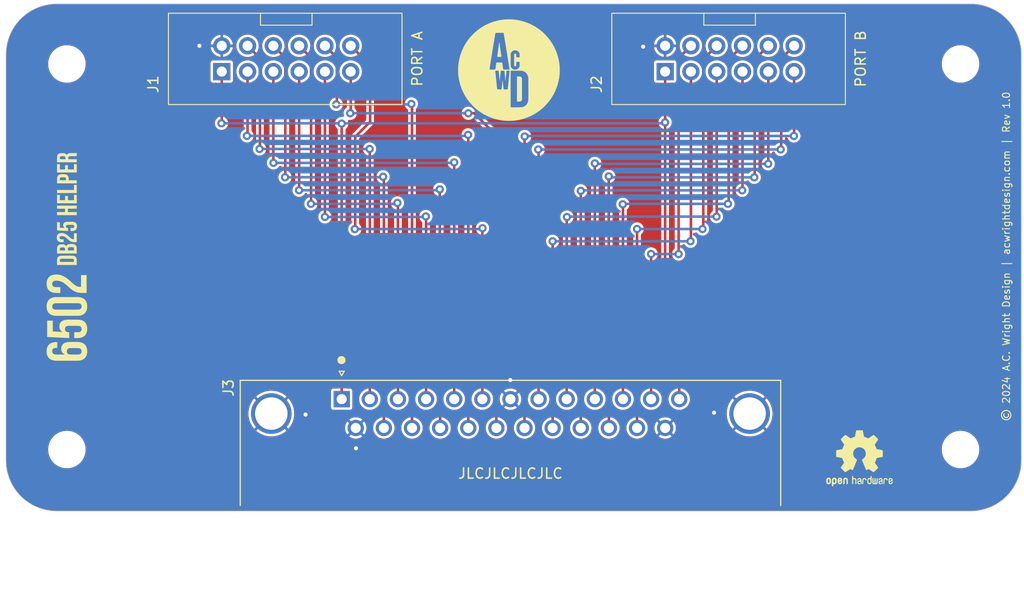
<source format=kicad_pcb>
(kicad_pcb (version 20241229) (generator "pcbnew") (generator_version "9.0")
  (title_block (title "6502 DB25 Helper") (date "2025-09-29") (rev "1.0") (company "A.C. Wright Design"))
  (layers (0 "F.Cu" signal "Top") (2 "B.Cu" signal "Bottom") (13 "F.Paste" user) (15 "B.Paste" user) (5 "F.SilkS" user "F.Silkscreen") (7 "B.SilkS" user "B.Silkscreen") (1 "F.Mask" user) (3 "B.Mask" user) (25 "Edge.Cuts" user))
  (net 0 "")
  (net 1 "GND")
  (net 2 "VCC")
  (net 3 "PB7")
  (net 4 "PB6")
  (net 5 "PB5")
  (net 6 "PB4")
  (net 7 "PB3")
  (net 8 "PB2")
  (net 9 "PB1")
  (net 10 "PB0")
  (net 11 "PA5")
  (net 12 "CA1")
  (net 13 "PA7")
  (net 14 "PA6")
  (net 15 "PA1")
  (net 16 "PA3")
  (net 17 "CA2")
  (net 18 "PA4")
  (net 19 "PA0")
  (net 20 "PA2")
  (net 21 "CB2")
  (net 22 "CB1")
  (footprint "Symbol:OSHW-Logo2_7.3x6mm_SilkScreen" (layer "F.Cu") (at 149.1 127.93)
    (property "Reference" "REF**" (hide yes))
    (property "Value" "OSHW-Logo2_7.3x6mm_SilkScreen" (hide yes))
  )
  (footprint "A.C. Wright Logo:A.C. Wright Logo 10mm" (layer "F.Cu") (at 114.58 89.67)
    (property "Reference" "G***" (hide yes))
    (property "Value" "LOGO" (hide yes))
  )
  (footprint "MountingHole:MountingHole_3.2mm_M3" (layer "F.Cu") (at 159.0511 89.0636)
    (property "Reference" "H2" (hide yes))
    (property "Value" "MountingHole" (hide yes))
    (pad "" np_thru_hole circle (at 0 0) (size 3.2 3.2) (drill 3.2) (layers "*.Cu" "*.Mask"))
  )
  (footprint "6502 Parts:6502 GPIO Connector" (layer "F.Cu") (at 86.3011 89.8136 90)
    (property "Reference" "J1" (at -1.25 -6.75 90) (layer "F.SilkS"))
    (property "Value" "PORT A" (at 1.25 19.25 90) (layer "F.SilkS"))
    (pad "1" thru_hole rect (at 0 0 90) (size 1.7 1.7) (drill 1) (layers "*.Cu" "*.Mask") (net 2 "VCC"))
    (pad "2" thru_hole oval (at 2.54 0 90) (size 1.7 1.7) (drill 1) (layers "*.Cu" "*.Mask") (net 1 "GND"))
    (pad "3" thru_hole oval (at 0 2.54 90) (size 1.7 1.7) (drill 1) (layers "*.Cu" "*.Mask") (net 13 "PA7"))
    (pad "4" thru_hole oval (at 2.54 2.54 90) (size 1.7 1.7) (drill 1) (layers "*.Cu" "*.Mask") (net 19 "PA0"))
    (pad "5" thru_hole oval (at 0 5.08 90) (size 1.7 1.7) (drill 1) (layers "*.Cu" "*.Mask") (net 14 "PA6"))
    (pad "6" thru_hole oval (at 2.54 5.08 90) (size 1.7 1.7) (drill 1) (layers "*.Cu" "*.Mask") (net 15 "PA1"))
    (pad "7" thru_hole oval (at 0 7.62 90) (size 1.7 1.7) (drill 1) (layers "*.Cu" "*.Mask") (net 11 "PA5"))
    (pad "8" thru_hole oval (at 2.54 7.62 90) (size 1.7 1.7) (drill 1) (layers "*.Cu" "*.Mask") (net 20 "PA2"))
    (pad "9" thru_hole oval (at 0 10.16 90) (size 1.7 1.7) (drill 1) (layers "*.Cu" "*.Mask") (net 18 "PA4"))
    (pad "10" thru_hole oval (at 2.54 10.16 90) (size 1.7 1.7) (drill 1) (layers "*.Cu" "*.Mask") (net 16 "PA3"))
    (pad "11" thru_hole oval (at 0 12.7 90) (size 1.7 1.7) (drill 1) (layers "*.Cu" "*.Mask") (net 12 "CA1"))
    (pad "12" thru_hole oval (at 2.54 12.7 90) (size 1.7 1.7) (drill 1) (layers "*.Cu" "*.Mask") (net 17 "CA2"))
  )
  (footprint "6502 Logos:6502 DB25 Helper 4mm" (layer "F.Cu") (at 71.051058 102.323692 90)
    (property "Reference" "G***" (hide yes))
    (property "Value" "LOGO" (hide yes))
  )
  (footprint "MountingHole:MountingHole_3.2mm_M3" (layer "F.Cu") (at 159.0511 127.0636)
    (property "Reference" "H4" (hide yes))
    (property "Value" "MountingHole" (hide yes))
    (pad "" np_thru_hole circle (at 0 0) (size 3.2 3.2) (drill 3.2) (layers "*.Cu" "*.Mask"))
  )
  (footprint "6502 Parts:6502 GPIO Connector" (layer "F.Cu") (at 129.9611 89.8136 90)
    (property "Reference" "J2" (at -1.25 -6.75 90) (layer "F.SilkS"))
    (property "Value" "PORT B" (at 1.25 19.25 90) (layer "F.SilkS"))
    (pad "1" thru_hole rect (at 0 0 90) (size 1.7 1.7) (drill 1) (layers "*.Cu" "*.Mask") (net 2 "VCC"))
    (pad "2" thru_hole oval (at 2.54 0 90) (size 1.7 1.7) (drill 1) (layers "*.Cu" "*.Mask") (net 1 "GND"))
    (pad "3" thru_hole oval (at 0 2.54 90) (size 1.7 1.7) (drill 1) (layers "*.Cu" "*.Mask") (net 3 "PB7"))
    (pad "4" thru_hole oval (at 2.54 2.54 90) (size 1.7 1.7) (drill 1) (layers "*.Cu" "*.Mask") (net 10 "PB0"))
    (pad "5" thru_hole oval (at 0 5.08 90) (size 1.7 1.7) (drill 1) (layers "*.Cu" "*.Mask") (net 4 "PB6"))
    (pad "6" thru_hole oval (at 2.54 5.08 90) (size 1.7 1.7) (drill 1) (layers "*.Cu" "*.Mask") (net 9 "PB1"))
    (pad "7" thru_hole oval (at 0 7.62 90) (size 1.7 1.7) (drill 1) (layers "*.Cu" "*.Mask") (net 5 "PB5"))
    (pad "8" thru_hole oval (at 2.54 7.62 90) (size 1.7 1.7) (drill 1) (layers "*.Cu" "*.Mask") (net 8 "PB2"))
    (pad "9" thru_hole oval (at 0 10.16 90) (size 1.7 1.7) (drill 1) (layers "*.Cu" "*.Mask") (net 6 "PB4"))
    (pad "10" thru_hole oval (at 2.54 10.16 90) (size 1.7 1.7) (drill 1) (layers "*.Cu" "*.Mask") (net 7 "PB3"))
    (pad "11" thru_hole oval (at 0 12.7 90) (size 1.7 1.7) (drill 1) (layers "*.Cu" "*.Mask") (net 22 "CB1"))
    (pad "12" thru_hole oval (at 2.54 12.7 90) (size 1.7 1.7) (drill 1) (layers "*.Cu" "*.Mask") (net 21 "CB2"))
  )
  (footprint "MountingHole:MountingHole_3.2mm_M3" (layer "F.Cu") (at 71.0511 89.0636)
    (property "Reference" "H1" (hide yes))
    (property "Value" "MountingHole" (hide yes))
    (pad "" np_thru_hole circle (at 0 0) (size 3.2 3.2) (drill 3.2) (layers "*.Cu" "*.Mask"))
  )
  (footprint "Connector_Dsub:DSUB-25_Pins_Horizontal_P2.77x2.84mm_EdgePinOffset7.70mm_Housed_MountingHolesOffset9.12mm" (layer "F.Cu") (at 98.11 122.1)
    (property "Reference" "J3" (at -11.15 -1.11 90) (layer "F.SilkS"))
    (property "Value" "KEYBOARD")
    (pad "0" thru_hole circle (at -6.93 1.42) (size 4 4) (drill 3.2) (layers "*.Cu" "*.Mask") (net 1 "GND"))
    (pad "0" thru_hole circle (at 40.17 1.42) (size 4 4) (drill 3.2) (layers "*.Cu" "*.Mask") (net 1 "GND"))
    (pad "1" thru_hole rect (at 0 0) (size 1.6 1.6) (drill 1) (layers "*.Cu" "*.Mask") (net 2 "VCC"))
    (pad "2" thru_hole circle (at 2.77 0) (size 1.6 1.6) (drill 1) (layers "*.Cu" "*.Mask") (net 19 "PA0"))
    (pad "3" thru_hole circle (at 5.54 0) (size 1.6 1.6) (drill 1) (layers "*.Cu" "*.Mask") (net 20 "PA2"))
    (pad "4" thru_hole circle (at 8.31 0) (size 1.6 1.6) (drill 1) (layers "*.Cu" "*.Mask") (net 18 "PA4"))
    (pad "5" thru_hole circle (at 11.08 0) (size 1.6 1.6) (drill 1) (layers "*.Cu" "*.Mask") (net 14 "PA6"))
    (pad "6" thru_hole circle (at 13.85 0) (size 1.6 1.6) (drill 1) (layers "*.Cu" "*.Mask") (net 17 "CA2"))
    (pad "7" thru_hole circle (at 16.62 0) (size 1.6 1.6) (drill 1) (layers "*.Cu" "*.Mask") (net 1 "GND"))
    (pad "8" thru_hole circle (at 19.39 0) (size 1.6 1.6) (drill 1) (layers "*.Cu" "*.Mask") (net 21 "CB2"))
    (pad "9" thru_hole circle (at 22.16 0) (size 1.6 1.6) (drill 1) (layers "*.Cu" "*.Mask") (net 4 "PB6"))
    (pad "10" thru_hole circle (at 24.93 0) (size 1.6 1.6) (drill 1) (layers "*.Cu" "*.Mask") (net 6 "PB4"))
    (pad "11" thru_hole circle (at 27.7 0) (size 1.6 1.6) (drill 1) (layers "*.Cu" "*.Mask") (net 8 "PB2"))
    (pad "12" thru_hole circle (at 30.47 0) (size 1.6 1.6) (drill 1) (layers "*.Cu" "*.Mask") (net 10 "PB0"))
    (pad "13" thru_hole circle (at 33.24 0) (size 1.6 1.6) (drill 1) (layers "*.Cu" "*.Mask") (net 2 "VCC"))
    (pad "14" thru_hole circle (at 1.385 2.84) (size 1.6 1.6) (drill 1) (layers "*.Cu" "*.Mask") (net 1 "GND"))
    (pad "15" thru_hole circle (at 4.155 2.84) (size 1.6 1.6) (drill 1) (layers "*.Cu" "*.Mask") (net 15 "PA1"))
    (pad "16" thru_hole circle (at 6.925 2.84) (size 1.6 1.6) (drill 1) (layers "*.Cu" "*.Mask") (net 16 "PA3"))
    (pad "17" thru_hole circle (at 9.695 2.84) (size 1.6 1.6) (drill 1) (layers "*.Cu" "*.Mask") (net 11 "PA5"))
    (pad "18" thru_hole circle (at 12.465 2.84) (size 1.6 1.6) (drill 1) (layers "*.Cu" "*.Mask") (net 13 "PA7"))
    (pad "19" thru_hole circle (at 15.235 2.84) (size 1.6 1.6) (drill 1) (layers "*.Cu" "*.Mask") (net 12 "CA1"))
    (pad "20" thru_hole circle (at 18.005 2.84) (size 1.6 1.6) (drill 1) (layers "*.Cu" "*.Mask") (net 22 "CB1"))
    (pad "21" thru_hole circle (at 20.775 2.84) (size 1.6 1.6) (drill 1) (layers "*.Cu" "*.Mask") (net 3 "PB7"))
    (pad "22" thru_hole circle (at 23.545 2.84) (size 1.6 1.6) (drill 1) (layers "*.Cu" "*.Mask") (net 5 "PB5"))
    (pad "23" thru_hole circle (at 26.315 2.84) (size 1.6 1.6) (drill 1) (layers "*.Cu" "*.Mask") (net 7 "PB3"))
    (pad "24" thru_hole circle (at 29.085 2.84) (size 1.6 1.6) (drill 1) (layers "*.Cu" "*.Mask") (net 9 "PB1"))
    (pad "25" thru_hole circle (at 31.855 2.84) (size 1.6 1.6) (drill 1) (layers "*.Cu" "*.Mask") (net 1 "GND"))
  )
  (footprint "MountingHole:MountingHole_3.2mm_M3" (layer "F.Cu") (at 71.0511 127.0636)
    (property "Reference" "H3" (hide yes))
    (property "Value" "MountingHole" (hide yes))
    (pad "" np_thru_hole circle (at 0 0) (size 3.2 3.2) (drill 3.2) (layers "*.Cu" "*.Mask"))
  )
  (gr_circle (center 98.09 118.25) (end 98.29 118.25) (stroke (width 0.4)) (fill no) (layer "F.SilkS"))
  (gr_line (start 132.8472 133.1342) (end 160.0472 133.1342) (stroke (width 0.05)) (layer "Edge.Cuts"))
  (gr_arc (start 70.0472 133.1342) (mid 66.511666 131.669734) (end 65.0472 128.1342) (stroke (width 0.05)) (layer "Edge.Cuts"))
  (gr_line (start 165.0472 128.1342) (end 165.0472 88.1342) (stroke (width 0.05)) (layer "Edge.Cuts"))
  (gr_line (start 70.0472 133.1342) (end 132.8472 133.1342) (stroke (width 0.05)) (layer "Edge.Cuts"))
  (gr_line (start 65.0472 88.1342) (end 65.0472 128.1342) (stroke (width 0.05)) (layer "Edge.Cuts"))
  (gr_arc (start 65.0472 88.1342) (mid 66.511666 84.598666) (end 70.0472 83.1342) (stroke (width 0.05)) (layer "Edge.Cuts"))
  (gr_line (start 160.0472 83.1342) (end 70.0472 83.1342) (stroke (width 0.05)) (layer "Edge.Cuts"))
  (gr_arc (start 160.0472 83.1342) (mid 163.582734 84.598666) (end 165.0472 88.1342) (stroke (width 0.05)) (layer "Edge.Cuts"))
  (gr_arc (start 165.0472 128.1342) (mid 163.582734 131.669734) (end 160.0472 133.1342) (stroke (width 0.05)) (layer "Edge.Cuts"))
  (gr_text "JLCJLCJLCJLC" (at 114.73 129.425331 0) (layer "F.SilkS") (effects (font (size 1 1))))
  (gr_text "© 2024 A.C. Wright Design | acwrightdesign.com | Rev 1.0" (at 163.56 108.04 90) (layer "F.SilkS") (effects (font (size 0.7 0.7) (thickness 0.1))))
  (via (at 84.1 87.27) (size 0.8) (drill 0.4) (layers "F.Cu" "B.Cu") (net 1))
  (via (at 99.52 126.94) (size 0.8) (drill 0.4) (layers "F.Cu" "B.Cu") (net 1))
  (via (at 127.8 87.36) (size 0.8) (drill 0.4) (layers "F.Cu" "B.Cu") (net 1))
  (via (at 94.55 123.62) (size 0.8) (drill 0.4) (layers "F.Cu" "B.Cu") (net 1))
  (via (at 134.78 123.43) (size 0.8) (drill 0.4) (layers "F.Cu" "B.Cu") (net 1))
  (via (at 114.71 120.21) (size 0.8) (drill 0.4) (layers "F.Cu" "B.Cu") (net 1))
  (segment (start 86.3011 94.8789) (end 86.27 94.91) (width 0.25) (layer "F.Cu") (net 2))
  (segment (start 129.9611 89.8136) (end 129.9611 94.82) (width 0.25) (layer "F.Cu") (net 2))
  (segment (start 129.9611 94.82) (end 129.9611 117.5411) (width 0.25) (layer "F.Cu") (net 2))
  (segment (start 86.3011 89.8136) (end 86.3011 94.8789) (width 0.25) (layer "F.Cu") (net 2))
  (segment (start 129.9611 117.5411) (end 131.35 118.93) (width 0.25) (layer "F.Cu") (net 2))
  (segment (start 131.35 118.93) (end 131.35 122.1) (width 0.25) (layer "F.Cu") (net 2))
  (segment (start 98.11 94.94) (end 98.11 122.1) (width 0.25) (layer "F.Cu") (net 2))
  (via (at 129.9611 94.82) (size 0.8) (drill 0.4) (layers "F.Cu" "B.Cu") (net 2))
  (via (at 98.11 94.94) (size 0.8) (drill 0.4) (layers "F.Cu" "B.Cu") (net 2))
  (via (at 86.27 94.91) (size 0.8) (drill 0.4) (layers "F.Cu" "B.Cu") (net 2))
  (segment (start 129.8711 94.91) (end 129.9611 94.82) (width 0.25) (layer "B.Cu") (net 2))
  (segment (start 86.27 94.91) (end 129.8711 94.91) (width 0.25) (layer "B.Cu") (net 2))
  (segment (start 118.88 106.54) (end 118.885 106.545) (width 0.25) (layer "F.Cu") (net 3))
  (segment (start 118.885 106.545) (end 118.885 124.94) (width 0.25) (layer "F.Cu") (net 3))
  (segment (start 132.5011 89.8136) (end 132.5011 106.4989) (width 0.25) (layer "F.Cu") (net 3))
  (segment (start 132.5011 106.4989) (end 132.46 106.54) (width 0.25) (layer "F.Cu") (net 3))
  (via (at 132.46 106.54) (size 0.8) (drill 0.4) (layers "F.Cu" "B.Cu") (net 3))
  (via (at 118.88 106.54) (size 0.8) (drill 0.4) (layers "F.Cu" "B.Cu") (net 3))
  (segment (start 132.46 106.54) (end 118.88 106.54) (width 0.25) (layer "B.Cu") (net 3))
  (segment (start 120.29 104.15) (end 120.27 104.17) (width 0.25) (layer "F.Cu") (net 4))
  (segment (start 120.27 104.17) (end 120.27 122.1) (width 0.25) (layer "F.Cu") (net 4))
  (segment (start 135.0411 89.8136) (end 135.0411 104.0889) (width 0.25) (layer "F.Cu") (net 4))
  (segment (start 135.0411 104.0889) (end 135.02 104.11) (width 0.25) (layer "F.Cu") (net 4))
  (via (at 120.29 104.15) (size 0.8) (drill 0.4) (layers "F.Cu" "B.Cu") (net 4))
  (via (at 135.02 104.11) (size 0.8) (drill 0.4) (layers "F.Cu" "B.Cu") (net 4))
  (segment (start 120.33 104.11) (end 120.29 104.15) (width 0.25) (layer "B.Cu") (net 4))
  (segment (start 135.02 104.11) (end 120.33 104.11) (width 0.25) (layer "B.Cu") (net 4))
  (segment (start 137.5811 89.8136) (end 137.5811 101.4889) (width 0.25) (layer "F.Cu") (net 5))
  (segment (start 137.5811 101.4889) (end 137.55 101.52) (width 0.25) (layer "F.Cu") (net 5))
  (segment (start 121.655 101.565) (end 121.655 124.94) (width 0.25) (layer "F.Cu") (net 5))
  (via (at 121.655 101.565) (size 0.8) (drill 0.4) (layers "F.Cu" "B.Cu") (net 5))
  (via (at 137.55 101.52) (size 0.8) (drill 0.4) (layers "F.Cu" "B.Cu") (net 5))
  (segment (start 121.7 101.52) (end 137.55 101.52) (width 0.25) (layer "B.Cu") (net 5))
  (segment (start 121.655 101.565) (end 121.7 101.52) (width 0.25) (layer "B.Cu") (net 5))
  (segment (start 140.1211 89.8136) (end 140.1211 98.8989) (width 0.25) (layer "F.Cu") (net 6))
  (segment (start 140.1211 98.8989) (end 140.11 98.91) (width 0.25) (layer "F.Cu") (net 6))
  (segment (start 123.04 98.86) (end 123.04 122.1) (width 0.25) (layer "F.Cu") (net 6))
  (via (at 123.04 98.86) (size 0.8) (drill 0.4) (layers "F.Cu" "B.Cu") (net 6))
  (via (at 140.11 98.91) (size 0.8) (drill 0.4) (layers "F.Cu" "B.Cu") (net 6))
  (segment (start 123.09 98.91) (end 123.04 98.86) (width 0.25) (layer "B.Cu") (net 6))
  (segment (start 140.11 98.91) (end 123.09 98.91) (width 0.25) (layer "B.Cu") (net 6))
  (segment (start 124.425 122.525) (end 124.425 124.94) (width 0.25) (layer "F.Cu") (net 7))
  (segment (start 124.41 100.14) (end 124.41 122.51) (width 0.25) (layer "F.Cu") (net 7))
  (segment (start 124.41 122.51) (end 124.425 122.525) (width 0.25) (layer "F.Cu") (net 7))
  (segment (start 140.1211 87.2736) (end 138.78 88.6147) (width 0.25) (layer "F.Cu") (net 7))
  (segment (start 138.78 100.2) (end 138.74 100.24) (width 0.25) (layer "F.Cu") (net 7))
  (segment (start 138.78 89.89) (end 138.78 100.2) (width 0.25) (layer "F.Cu") (net 7))
  (segment (start 138.78 88.6147) (end 138.78 89.89) (width 0.25) (layer "F.Cu") (net 7))
  (via (at 138.74 100.24) (size 0.8) (drill 0.4) (layers "F.Cu" "B.Cu") (net 7))
  (via (at 124.41 100.14) (size 0.8) (drill 0.4) (layers "F.Cu" "B.Cu") (net 7))
  (segment (start 138.74 100.24) (end 124.51 100.24) (width 0.25) (layer "B.Cu") (net 7))
  (segment (start 124.51 100.24) (end 124.41 100.14) (width 0.25) (layer "B.Cu") (net 7))
  (segment (start 136.2171 89.6729) (end 136.2171 102.7829) (width 0.25) (layer "F.Cu") (net 8))
  (segment (start 136.2171 102.7829) (end 136.15 102.85) (width 0.25) (layer "F.Cu") (net 8))
  (segment (start 137.5811 87.2736) (end 136.2171 88.6376) (width 0.25) (layer "F.Cu") (net 8))
  (segment (start 125.81 102.91) (end 125.81 122.1) (width 0.25) (layer "F.Cu") (net 8))
  (segment (start 136.2171 88.6376) (end 136.2171 89.6729) (width 0.25) (layer "F.Cu") (net 8))
  (segment (start 125.79 102.89) (end 125.81 102.91) (width 0.25) (layer "F.Cu") (net 8))
  (via (at 136.15 102.85) (size 0.8) (drill 0.4) (layers "F.Cu" "B.Cu") (net 8))
  (via (at 125.79 102.89) (size 0.8) (drill 0.4) (layers "F.Cu" "B.Cu") (net 8))
  (segment (start 136.15 102.85) (end 125.83 102.85) (width 0.25) (layer "B.Cu") (net 8))
  (segment (start 125.83 102.85) (end 125.79 102.89) (width 0.25) (layer "B.Cu") (net 8))
  (segment (start 127.195 105.335) (end 127.195 124.94) (width 0.25) (layer "F.Cu") (net 9))
  (segment (start 133.72 88.5947) (end 133.72 89.31) (width 0.25) (layer "F.Cu") (net 9))
  (segment (start 135.0411 87.2736) (end 133.72 88.5947) (width 0.25) (layer "F.Cu") (net 9))
  (segment (start 127.2 105.33) (end 127.195 105.335) (width 0.25) (layer "F.Cu") (net 9))
  (segment (start 133.72 89.31) (end 133.72 105.25) (width 0.25) (layer "F.Cu") (net 9))
  (segment (start 133.72 105.25) (end 133.64 105.33) (width 0.25) (layer "F.Cu") (net 9))
  (via (at 127.2 105.33) (size 0.8) (drill 0.4) (layers "F.Cu" "B.Cu") (net 9))
  (via (at 133.64 105.33) (size 0.8) (drill 0.4) (layers "F.Cu" "B.Cu") (net 9))
  (segment (start 133.64 105.33) (end 127.2 105.33) (width 0.25) (layer "B.Cu") (net 9))
  (segment (start 131.29 88.4847) (end 131.29 90.05) (width 0.25) (layer "F.Cu") (net 10))
  (segment (start 128.58 107.79) (end 128.58 122.1) (width 0.25) (layer "F.Cu") (net 10))
  (segment (start 132.5011 87.2736) (end 131.29 88.4847) (width 0.25) (layer "F.Cu") (net 10))
  (segment (start 131.29 90.05) (end 131.29 107.8) (width 0.25) (layer "F.Cu") (net 10))
  (via (at 131.29 107.8) (size 0.8) (drill 0.4) (layers "F.Cu" "B.Cu") (net 10))
  (via (at 128.58 107.79) (size 0.8) (drill 0.4) (layers "F.Cu" "B.Cu") (net 10))
  (segment (start 128.67 107.8) (end 131.29 107.8) (width 0.25) (layer "B.Cu") (net 10))
  (segment (start 128.66 107.79) (end 128.67 107.8) (width 0.25) (layer "B.Cu") (net 10))
  (segment (start 128.58 107.79) (end 128.66 107.79) (width 0.25) (layer "B.Cu") (net 10))
  (segment (start 107.77 122.14) (end 107.805 122.175) (width 0.25) (layer "F.Cu") (net 11))
  (segment (start 93.9211 89.8136) (end 93.9211 101.4989) (width 0.25) (layer "F.Cu") (net 11))
  (segment (start 93.9211 101.4989) (end 93.91 101.51) (width 0.25) (layer "F.Cu") (net 11))
  (segment (start 107.805 122.175) (end 107.805 124.94) (width 0.25) (layer "F.Cu") (net 11))
  (segment (start 107.77 101.42) (end 107.77 122.14) (width 0.25) (layer "F.Cu") (net 11))
  (via (at 107.77 101.42) (size 0.8) (drill 0.4) (layers "F.Cu" "B.Cu") (net 11))
  (via (at 93.91 101.51) (size 0.8) (drill 0.4) (layers "F.Cu" "B.Cu") (net 11))
  (segment (start 107.68 101.51) (end 107.77 101.42) (width 0.25) (layer "B.Cu") (net 11))
  (segment (start 93.91 101.51) (end 107.68 101.51) (width 0.25) (layer "B.Cu") (net 11))
  (segment (start 99.0011 89.8136) (end 99.0011 93.8689) (width 0.25) (layer "F.Cu") (net 12))
  (segment (start 99.0011 93.8689) (end 98.95 93.92) (width 0.25) (layer "F.Cu") (net 12))
  (segment (start 110.58 93.92) (end 111.15 93.92) (width 0.25) (layer "F.Cu") (net 12))
  (segment (start 113.345 96.115) (end 113.345 124.94) (width 0.25) (layer "F.Cu") (net 12))
  (segment (start 111.15 93.92) (end 113.345 96.115) (width 0.25) (layer "F.Cu") (net 12))
  (via (at 98.95 93.92) (size 0.8) (drill 0.4) (layers "F.Cu" "B.Cu") (net 12))
  (via (at 110.58 93.92) (size 0.8) (drill 0.4) (layers "F.Cu" "B.Cu") (net 12))
  (segment (start 110.58 93.92) (end 98.95 93.92) (width 0.25) (layer "B.Cu") (net 12))
  (segment (start 110.56 96.05) (end 110.575 96.065) (width 0.25) (layer "F.Cu") (net 13))
  (segment (start 88.8411 89.8136) (end 88.8411 96.0889) (width 0.25) (layer "F.Cu") (net 13))
  (segment (start 88.8411 96.0889) (end 88.78 96.15) (width 0.25) (layer "F.Cu") (net 13))
  (segment (start 110.575 96.065) (end 110.575 124.94) (width 0.25) (layer "F.Cu") (net 13))
  (via (at 88.78 96.15) (size 0.8) (drill 0.4) (layers "F.Cu" "B.Cu") (net 13))
  (via (at 110.56 96.05) (size 0.8) (drill 0.4) (layers "F.Cu" "B.Cu") (net 13))
  (segment (start 88.78 96.15) (end 110.46 96.15) (width 0.25) (layer "B.Cu") (net 13))
  (segment (start 110.46 96.15) (end 110.56 96.05) (width 0.25) (layer "B.Cu") (net 13))
  (segment (start 91.3811 89.8136) (end 91.3811 98.8011) (width 0.25) (layer "F.Cu") (net 14))
  (segment (start 109.19 98.76) (end 109.19 122.1) (width 0.25) (layer "F.Cu") (net 14))
  (segment (start 91.3811 98.8011) (end 91.39 98.81) (width 0.25) (layer "F.Cu") (net 14))
  (via (at 91.39 98.81) (size 0.8) (drill 0.4) (layers "F.Cu" "B.Cu") (net 14))
  (via (at 109.19 98.76) (size 0.8) (drill 0.4) (layers "F.Cu" "B.Cu") (net 14))
  (segment (start 109.14 98.81) (end 109.19 98.76) (width 0.25) (layer "B.Cu") (net 14))
  (segment (start 91.39 98.81) (end 109.14 98.81) (width 0.25) (layer "B.Cu") (net 14))
  (segment (start 91.3811 87.2736) (end 92.5571 88.4496) (width 0.25) (layer "F.Cu") (net 15))
  (segment (start 92.5571 88.4496) (end 92.5571 89.66) (width 0.25) (layer "F.Cu") (net 15))
  (segment (start 102.19 100.18) (end 102.265 100.255) (width 0.25) (layer "F.Cu") (net 15))
  (segment (start 92.5571 89.66) (end 92.5571 100.2029) (width 0.25) (layer "F.Cu") (net 15))
  (segment (start 102.265 100.255) (end 102.265 124.94) (width 0.25) (layer "F.Cu") (net 15))
  (segment (start 92.5571 100.2029) (end 92.53 100.23) (width 0.25) (layer "F.Cu") (net 15))
  (via (at 102.19 100.18) (size 0.8) (drill 0.4) (layers "F.Cu" "B.Cu") (net 15))
  (via (at 92.53 100.23) (size 0.8) (drill 0.4) (layers "F.Cu" "B.Cu") (net 15))
  (segment (start 92.53 100.23) (end 102.14 100.23) (width 0.25) (layer "B.Cu") (net 15))
  (segment (start 102.14 100.23) (end 102.19 100.18) (width 0.25) (layer "B.Cu") (net 15))
  (segment (start 96.4611 87.2736) (end 97.6371 88.4496) (width 0.25) (layer "F.Cu") (net 16))
  (segment (start 97.6371 92.9829) (end 97.57 93.05) (width 0.25) (layer "F.Cu") (net 16))
  (segment (start 97.6371 88.4496) (end 97.6371 92.9829) (width 0.25) (layer "F.Cu") (net 16))
  (segment (start 105.035 93.055) (end 105.035 124.94) (width 0.25) (layer "F.Cu") (net 16))
  (segment (start 104.98 93) (end 105.035 93.055) (width 0.25) (layer "F.Cu") (net 16))
  (via (at 97.57 93.05) (size 0.8) (drill 0.4) (layers "F.Cu" "B.Cu") (net 16))
  (via (at 104.98 93) (size 0.8) (drill 0.4) (layers "F.Cu" "B.Cu") (net 16))
  (segment (start 97.57 93.05) (end 104.93 93.05) (width 0.25) (layer "B.Cu") (net 16))
  (segment (start 104.93 93.05) (end 104.98 93) (width 0.25) (layer "B.Cu") (net 16))
  (segment (start 99.0011 87.2736) (end 100.91 89.1825) (width 0.25) (layer "F.Cu") (net 17))
  (segment (start 99.44 105.3) (end 99.4 105.34) (width 0.25) (layer "F.Cu") (net 17))
  (segment (start 100.91 90.43) (end 100.91 94.77) (width 0.25) (layer "F.Cu") (net 17))
  (segment (start 111.98 105.25) (end 111.96 105.27) (width 0.25) (layer "F.Cu") (net 17))
  (segment (start 111.96 105.27) (end 111.96 122.1) (width 0.25) (layer "F.Cu") (net 17))
  (segment (start 99.44 96.24) (end 99.44 105.3) (width 0.25) (layer "F.Cu") (net 17))
  (segment (start 100.91 94.77) (end 99.44 96.24) (width 0.25) (layer "F.Cu") (net 17))
  (segment (start 100.91 89.1825) (end 100.91 90.43) (width 0.25) (layer "F.Cu") (net 17))
  (via (at 111.98 105.25) (size 0.8) (drill 0.4) (layers "F.Cu" "B.Cu") (net 17))
  (via (at 99.4 105.34) (size 0.8) (drill 0.4) (layers "F.Cu" "B.Cu") (net 17))
  (segment (start 111.89 105.34) (end 111.98 105.25) (width 0.25) (layer "B.Cu") (net 17))
  (segment (start 99.4 105.34) (end 111.89 105.34) (width 0.25) (layer "B.Cu") (net 17))
  (segment (start 106.4 104.09) (end 106.42 104.11) (width 0.25) (layer "F.Cu") (net 18))
  (segment (start 96.4611 104.1389) (end 96.46 104.14) (width 0.25) (layer "F.Cu") (net 18))
  (segment (start 106.42 104.11) (end 106.42 122.1) (width 0.25) (layer "F.Cu") (net 18))
  (segment (start 96.4611 89.8136) (end 96.4611 104.1389) (width 0.25) (layer "F.Cu") (net 18))
  (via (at 96.46 104.14) (size 0.8) (drill 0.4) (layers "F.Cu" "B.Cu") (net 18))
  (via (at 106.4 104.09) (size 0.8) (drill 0.4) (layers "F.Cu" "B.Cu") (net 18))
  (segment (start 106.35 104.14) (end 106.4 104.09) (width 0.25) (layer "B.Cu") (net 18))
  (segment (start 96.46 104.14) (end 106.35 104.14) (width 0.25) (layer "B.Cu") (net 18))
  (segment (start 100.86 97.44) (end 100.86 97.7) (width 0.25) (layer "F.Cu") (net 19))
  (segment (start 100.86 97.7) (end 100.88 97.72) (width 0.25) (layer "F.Cu") (net 19))
  (segment (start 90.06 89.34) (end 90.06 97.4) (width 0.25) (layer "F.Cu") (net 19))
  (segment (start 88.8411 87.2736) (end 90.06 88.4925) (width 0.25) (layer "F.Cu") (net 19))
  (segment (start 90.06 97.4) (end 90.02 97.44) (width 0.25) (layer "F.Cu") (net 19))
  (segment (start 90.06 88.4925) (end 90.06 89.34) (width 0.25) (layer "F.Cu") (net 19))
  (segment (start 100.88 97.72) (end 100.88 122.1) (width 0.25) (layer "F.Cu") (net 19))
  (via (at 100.86 97.44) (size 0.8) (drill 0.4) (layers "F.Cu" "B.Cu") (net 19))
  (via (at 90.02 97.44) (size 0.8) (drill 0.4) (layers "F.Cu" "B.Cu") (net 19))
  (segment (start 90.02 97.44) (end 100.86 97.44) (width 0.25) (layer "B.Cu") (net 19))
  (segment (start 93.9211 87.2736) (end 95.0971 88.4496) (width 0.25) (layer "F.Cu") (net 20))
  (segment (start 95.0971 89.82) (end 95.0971 102.8329) (width 0.25) (layer "F.Cu") (net 20))
  (segment (start 103.6 102.76) (end 103.65 102.81) (width 0.25) (layer "F.Cu") (net 20))
  (segment (start 103.65 102.81) (end 103.65 122.1) (width 0.25) (layer "F.Cu") (net 20))
  (segment (start 95.0971 88.4496) (end 95.0971 89.82) (width 0.25) (layer "F.Cu") (net 20))
  (segment (start 95.0971 102.8329) (end 95.08 102.85) (width 0.25) (layer "F.Cu") (net 20))
  (via (at 103.6 102.76) (size 0.8) (drill 0.4) (layers "F.Cu" "B.Cu") (net 20))
  (via (at 95.08 102.85) (size 0.8) (drill 0.4) (layers "F.Cu" "B.Cu") (net 20))
  (segment (start 95.08 102.85) (end 103.51 102.85) (width 0.25) (layer "B.Cu") (net 20))
  (segment (start 103.51 102.85) (end 103.6 102.76) (width 0.25) (layer "B.Cu") (net 20))
  (segment (start 117.5 97.53) (end 117.5 122.1) (width 0.25) (layer "F.Cu") (net 21))
  (segment (start 117.46 97.49) (end 117.5 97.53) (width 0.25) (layer "F.Cu") (net 21))
  (segment (start 141.39 90.95) (end 141.39 97.44) (width 0.25) (layer "F.Cu") (net 21))
  (segment (start 141.39 97.44) (end 141.34 97.49) (width 0.25) (layer "F.Cu") (net 21))
  (segment (start 142.6611 87.2736) (end 141.39 88.5447) (width 0.25) (layer "F.Cu") (net 21))
  (segment (start 141.39 88.5447) (end 141.39 90.95) (width 0.25) (layer "F.Cu") (net 21))
  (via (at 117.46 97.49) (size 0.8) (drill 0.4) (layers "F.Cu" "B.Cu") (net 21))
  (via (at 141.34 97.49) (size 0.8) (drill 0.4) (layers "F.Cu" "B.Cu") (net 21))
  (segment (start 141.34 97.49) (end 117.46 97.49) (width 0.25) (layer "B.Cu") (net 21))
  (segment (start 116.115 96.225) (end 116.115 124.94) (width 0.25) (layer "F.Cu") (net 22))
  (segment (start 116.13 96.21) (end 116.115 96.225) (width 0.25) (layer "F.Cu") (net 22))
  (segment (start 142.6611 89.8136) (end 142.6611 96.1389) (width 0.25) (layer "F.Cu") (net 22))
  (segment (start 142.6611 96.1389) (end 142.64 96.16) (width 0.25) (layer "F.Cu") (net 22))
  (via (at 142.64 96.16) (size 0.8) (drill 0.4) (layers "F.Cu" "B.Cu") (net 22))
  (via (at 116.13 96.21) (size 0.8) (drill 0.4) (layers "F.Cu" "B.Cu") (net 22))
  (segment (start 116.18 96.16) (end 116.13 96.21) (width 0.25) (layer "B.Cu") (net 22))
  (segment (start 142.64 96.16) (end 116.18 96.16) (width 0.25) (layer "B.Cu") (net 22))
  (zone (net 1) (net_name "GND") (layer "F.Cu") (connect_pads (clearance 0.254)) (min_thickness 0.254) (fill yes (thermal_gap 0.254) (thermal_bridge_width 0.254))
    (polygon (pts (xy 165.3011 133.8136) (xy 64.4631 133.8136) (xy 64.4631 82.7596) (xy 165.3011 82.7596)))
  )
  (zone (net 1) (net_name "GND") (layer "B.Cu") (connect_pads (clearance 0.254)) (min_thickness 0.254) (fill yes (thermal_gap 0.254) (thermal_bridge_width 0.254))
    (polygon (pts (xy 165.3011 133.8136) (xy 64.4631 133.8136) (xy 64.4631 82.7596) (xy 165.3011 82.7596)))
  )
)
</source>
